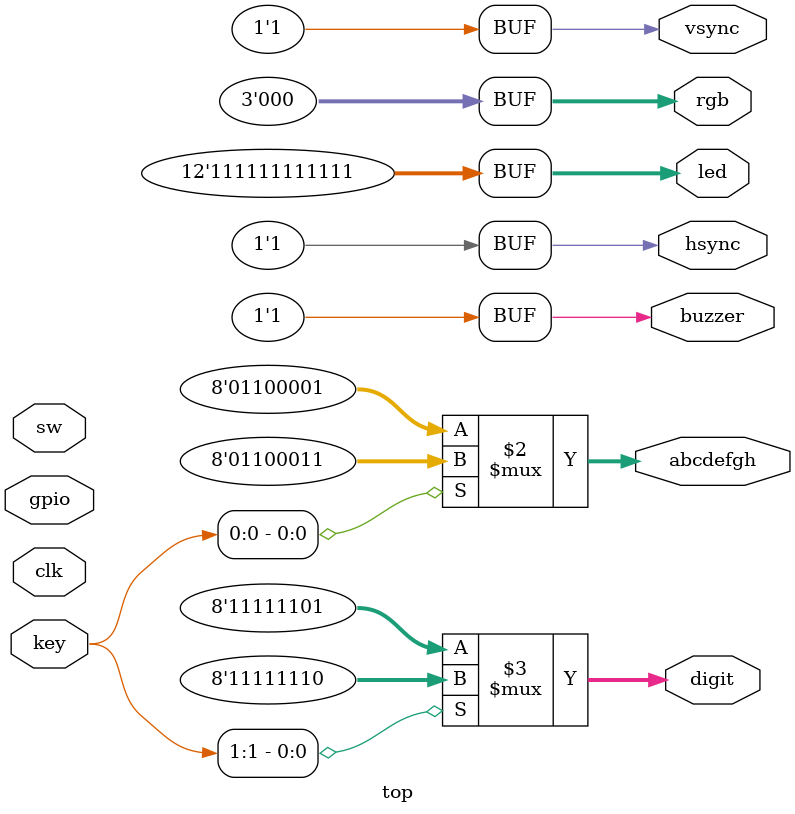
<source format=v>
`include "config.vh"

module top
(
    input         clk,
    input  [ 3:0] key,
    input  [ 7:0] sw,
    output [11:0] led,

    output [ 7:0] abcdefgh,
    output [ 7:0] digit,

    output        buzzer,

    output        vsync,
    output        hsync,
    output [ 2:0] rgb,

    inout  [18:0] gpio
);

    wire reset = ~ key [3];

    assign led    = 12'hfff;
    assign buzzer = 1'b1;
    assign hsync  = 1'b1;
    assign vsync  = 1'b1;
    assign rgb    = 3'b0;

    //   --a--
    //  |     |
    //  f     b
    //  |     |
    //   --g--
    //  |     |
    //  e     c
    //  |     |
    //   --d--  h
    //
    //  0 means light

    parameter [7:0] C = 8'b01100011,
                    E = 8'b01100001,
                    h = 8'b11010001,
                    I = 8'b11110011,
                    P = 8'b00110001;

    assign abcdefgh = key [0] ? C : E;
    assign digit    = key [1] ? 8'b1111_1110 : 8'b1111_1101;

    // Exercise 1: Display the first letters
    // of your first name and last name instead.

    // assign abcdefgh = ...
    // assign digit    = ...

    // Exercise 2: Display letters of a 4-character word
    // using this code to display letter of ChIP as an example

    /*
    reg [7:0] letter;
    
    always @*
      case (key)
      4'b0111: letter = C;
      4'b1011: letter = h;
      4'b1101: letter = I;
      4'b1110: letter = P;
      default: letter = E;
      endcase
      
    assign abcdefgh = letter;
    assign digit    = key == 4'b1111 ? 8'h00 : { key, key };
    */

endmodule

</source>
